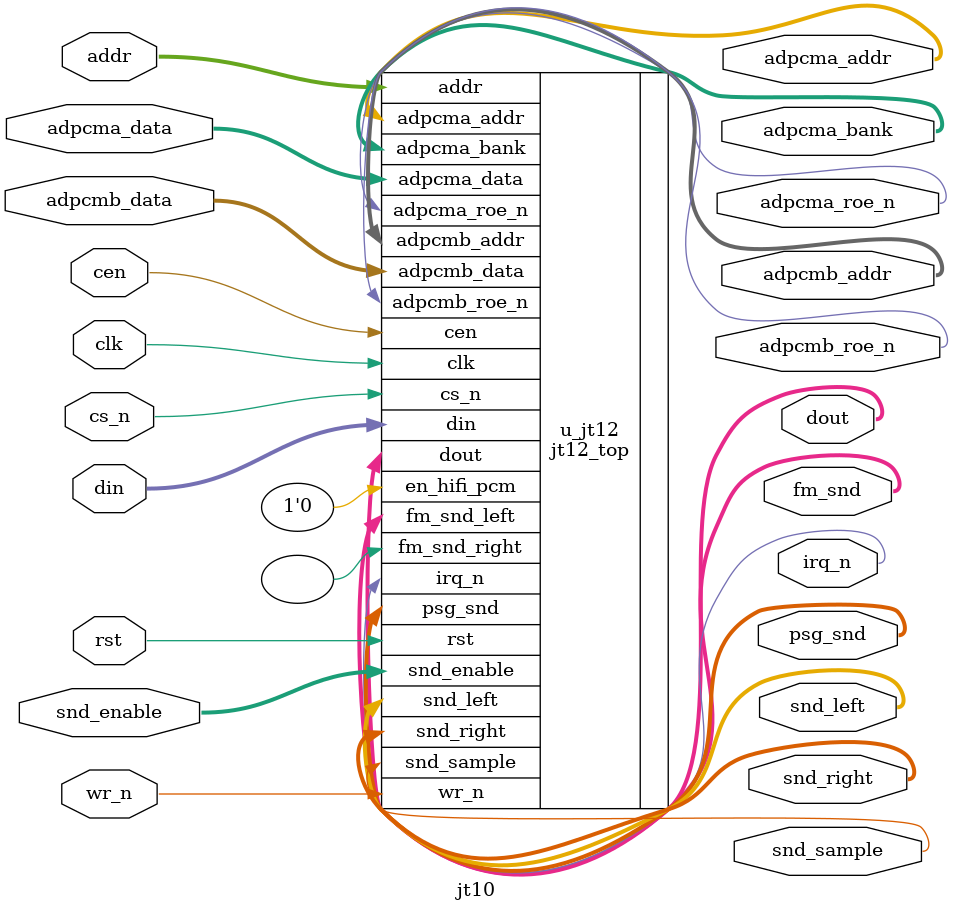
<source format=v>
/* This file is part of JT12.

 
    JT12 program is free software: you can redistribute it and/or modify
    it under the terms of the GNU General Public License as published by
    the Free Software Foundation, either version 3 of the License, or
    (at your option) any later version.

    JT12 program is distributed in the hope that it will be useful,
    but WITHOUT ANY WARRANTY; without even the implied warranty of
    MERCHANTABILITY or FITNESS FOR A PARTICULAR PURPOSE.  See the
    GNU General Public License for more details.

    You should have received a copy of the GNU General Public License
    along with JT12.  If not, see <http://www.gnu.org/licenses/>.

    Author: Jose Tejada Gomez. Twitter: @topapate
    Version: 1.0
    Date: 21-03-2019
*/

// YM2610 wrapper
// Clock enabled at 7.5 - 8.5MHz

module jt10(
    input           rst,        // rst should be at least 6 clk&cen cycles long
    input           clk,        // CPU clock
    input           cen,        // optional clock enable, if not needed leave as 1'b1
    input   [7:0]   din,
    input   [1:0]   addr,
    input           cs_n,
    input           wr_n,
    
    output  [7:0]   dout,
    output          irq_n,
    // ADPCM pins
    output  [19:0]  adpcma_addr,  // real hardware has 10 pins multiplexed through RMPX pin
    output  [3:0]   adpcma_bank,
    output          adpcma_roe_n, // ADPCM-A ROM output enable
    input   [7:0]   adpcma_data,  // Data from RAM
    output  [23:0]  adpcmb_addr,  // real hardware has 12 pins multiplexed through PMPX pin
    output          adpcmb_roe_n, // ADPCM-B ROM output enable
	 input	[7:0]	  adpcmb_data,
    // Separated output
    output  signed  [15:0] fm_snd,
    // combined output
    output          [ 9:0] psg_snd,    
    output  signed  [15:0] snd_right,
    output  signed  [15:0] snd_left,
    output          snd_sample,
	 input [3:0] snd_enable
);

// Uses 6 FM channels but only 4 are outputted
jt12_top #(
    .use_lfo(1),.use_ssg(1), .num_ch(6), .use_pcm(0), .use_adpcm(1) )
u_jt12(
    .rst            ( rst          ),        // rst should be at least 6 clk&cen cycles long
    .clk            ( clk          ),        // CPU clock
    .cen            ( cen          ),        // optional clock enable, it not needed leave as 1'b1
    .din            ( din          ),
    .addr           ( addr         ),
    .cs_n           ( cs_n         ),
    .wr_n           ( wr_n         ),
    
    .dout           ( dout         ),
    .irq_n          ( irq_n        ),
    // ADPCM pins
    .adpcma_addr    ( adpcma_addr  ), // real hardware has 10 pins multiplexed through RMPX pin
    .adpcma_bank    ( adpcma_bank  ),
    .adpcma_roe_n   ( adpcma_roe_n ), // ADPCM-A ROM output enable
    .adpcma_data    ( adpcma_data  ), // Data from RAM
	 
    .adpcmb_addr    ( adpcmb_addr  ), // real hardware has 12 pins multiplexed through PMPX pin
    .adpcmb_roe_n   ( adpcmb_roe_n ), // ADPCM-B ROM output enable
    .adpcmb_data    ( adpcmb_data  ), // Data from RAM
    // Separated output
    .psg_snd        ( psg_snd      ),    
    .fm_snd_left    ( fm_snd       ),
    .fm_snd_right   (),

    .snd_right      ( snd_right    ),
    .snd_left       ( snd_left     ),
    .snd_sample     ( snd_sample   ),
	 	 .snd_enable(snd_enable),

    // unused pins
    .en_hifi_pcm    ( 1'b0         ) // used only on YM2612 mode
);

endmodule // jt03
</source>
